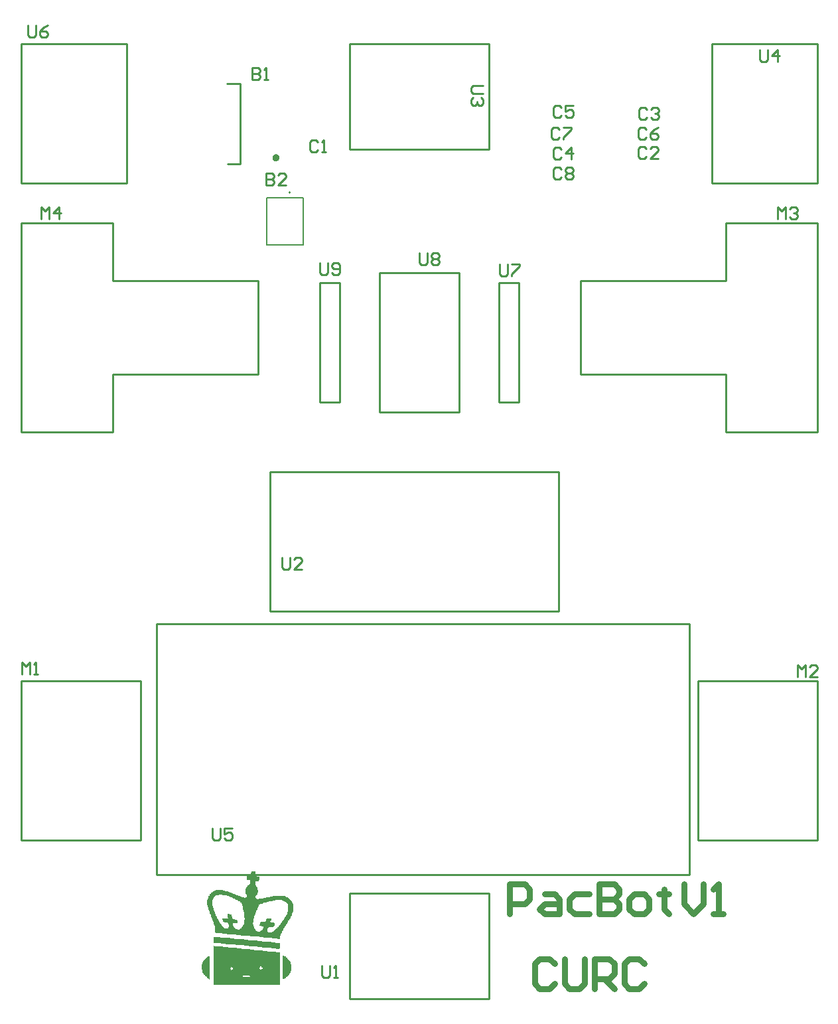
<source format=gbr>
G04*
G04 #@! TF.GenerationSoftware,Altium Limited,Altium Designer,23.2.1 (34)*
G04*
G04 Layer_Color=65535*
%FSLAX25Y25*%
%MOIN*%
G70*
G04*
G04 #@! TF.SameCoordinates,44C20E60-2C31-4A65-8039-A08327F752B7*
G04*
G04*
G04 #@! TF.FilePolarity,Positive*
G04*
G01*
G75*
%ADD10C,0.00787*%
%ADD11C,0.01968*%
%ADD12C,0.01000*%
%ADD13C,0.00500*%
%ADD14C,0.03000*%
G36*
X-82139Y62740D02*
X-81923D01*
Y62091D01*
X-81490D01*
Y61875D01*
X-80409D01*
Y61659D01*
X-80192D01*
Y59928D01*
X-80409D01*
Y59711D01*
X-80625D01*
Y59495D01*
X-82356D01*
Y57764D01*
X-82139D01*
Y57332D01*
X-81923D01*
Y56899D01*
X-81707D01*
Y56683D01*
X-81490D01*
Y56250D01*
X-81274D01*
Y55817D01*
X-81058D01*
Y55168D01*
X-80841D01*
Y53654D01*
X-81058D01*
Y53005D01*
X-81274D01*
Y52789D01*
X-81490D01*
Y52356D01*
X-81707D01*
Y52139D01*
X-81923D01*
Y51923D01*
X-82139D01*
Y51058D01*
X-81923D01*
Y50841D01*
X-81707D01*
Y50625D01*
X-81490D01*
Y50409D01*
X-80409D01*
Y50625D01*
X-79111D01*
Y50841D01*
X-78029D01*
Y51058D01*
X-76947D01*
Y51274D01*
X-75865D01*
Y51490D01*
X-74784D01*
Y51707D01*
X-73486D01*
Y51923D01*
X-71539D01*
Y52139D01*
X-68077D01*
Y51923D01*
X-67212D01*
Y51707D01*
X-66779D01*
Y51490D01*
X-66346D01*
Y51274D01*
X-65913D01*
Y51058D01*
X-65481D01*
Y50841D01*
X-65264D01*
Y50625D01*
X-65048D01*
Y50409D01*
X-64832D01*
Y50192D01*
X-64615D01*
Y49976D01*
X-64399D01*
Y49760D01*
X-64183D01*
Y49543D01*
X-63966D01*
Y49111D01*
X-63750D01*
Y48678D01*
X-63534D01*
Y48029D01*
X-63317D01*
Y47164D01*
X-63101D01*
Y44784D01*
X-63317D01*
Y43918D01*
X-63534D01*
Y43269D01*
X-63750D01*
Y42620D01*
X-63966D01*
Y42188D01*
X-64183D01*
Y41755D01*
X-64399D01*
Y41322D01*
X-64615D01*
Y40889D01*
X-64832D01*
Y40457D01*
X-65048D01*
Y40240D01*
X-65264D01*
Y39808D01*
X-65481D01*
Y39591D01*
X-65697D01*
Y39159D01*
X-65913D01*
Y38726D01*
X-66130D01*
Y38510D01*
X-66346D01*
Y38077D01*
X-66562D01*
Y37861D01*
X-66779D01*
Y37428D01*
X-66995D01*
Y37211D01*
X-67212D01*
Y36779D01*
X-67428D01*
Y36346D01*
X-67644D01*
Y36130D01*
X-67861D01*
Y35697D01*
X-68077D01*
Y35264D01*
X-68293D01*
Y34832D01*
X-68510D01*
Y34399D01*
X-68726D01*
Y33966D01*
X-68942D01*
Y33534D01*
X-69159D01*
Y33101D01*
X-69375D01*
Y32668D01*
X-69591D01*
Y32019D01*
X-69808D01*
Y30721D01*
X-70024D01*
Y30505D01*
X-71322D01*
Y30721D01*
X-73702D01*
Y30937D01*
X-75865D01*
Y31154D01*
X-78029D01*
Y31370D01*
X-80192D01*
Y31587D01*
X-82572D01*
Y31803D01*
X-84952D01*
Y32019D01*
X-87115D01*
Y32236D01*
X-89495D01*
Y32452D01*
X-91875D01*
Y32668D01*
X-94255D01*
Y32885D01*
X-96635D01*
Y33101D01*
X-98798D01*
Y33317D01*
X-100961D01*
Y33534D01*
X-102260D01*
Y33750D01*
X-102476D01*
Y35914D01*
X-102692D01*
Y36995D01*
X-102909D01*
Y37861D01*
X-103125D01*
Y38510D01*
X-103341D01*
Y39159D01*
X-103558D01*
Y39808D01*
X-103774D01*
Y40240D01*
X-103990D01*
Y40889D01*
X-104207D01*
Y41322D01*
X-104423D01*
Y41971D01*
X-104639D01*
Y42620D01*
X-104856D01*
Y43053D01*
X-105072D01*
Y43702D01*
X-105289D01*
Y44351D01*
X-105505D01*
Y45000D01*
X-105721D01*
Y45649D01*
X-105938D01*
Y46298D01*
X-106154D01*
Y47380D01*
X-106370D01*
Y49976D01*
X-106154D01*
Y50841D01*
X-105938D01*
Y51274D01*
X-105721D01*
Y51923D01*
X-105505D01*
Y52139D01*
X-105289D01*
Y52572D01*
X-105072D01*
Y53005D01*
X-104856D01*
Y53221D01*
X-104639D01*
Y53438D01*
X-104423D01*
Y53654D01*
X-104207D01*
Y53870D01*
X-103990D01*
Y54087D01*
X-103558D01*
Y54303D01*
X-103341D01*
Y54519D01*
X-102909D01*
Y54736D01*
X-102260D01*
Y54952D01*
X-98582D01*
Y54736D01*
X-97500D01*
Y54519D01*
X-96635D01*
Y54303D01*
X-95986D01*
Y54087D01*
X-95337D01*
Y53870D01*
X-94687D01*
Y53654D01*
X-94038D01*
Y53438D01*
X-93606D01*
Y53221D01*
X-92957D01*
Y53005D01*
X-92524D01*
Y52789D01*
X-91875D01*
Y52572D01*
X-91442D01*
Y52356D01*
X-91010D01*
Y52139D01*
X-90361D01*
Y51923D01*
X-89928D01*
Y51707D01*
X-89279D01*
Y51490D01*
X-88630D01*
Y51274D01*
X-87764D01*
Y51058D01*
X-87332D01*
Y51274D01*
X-86899D01*
Y51490D01*
X-86683D01*
Y51707D01*
X-86466D01*
Y52356D01*
X-86683D01*
Y52789D01*
X-86899D01*
Y53221D01*
X-87115D01*
Y53870D01*
X-87332D01*
Y54952D01*
X-87115D01*
Y55817D01*
X-86899D01*
Y56250D01*
X-86683D01*
Y56466D01*
X-86466D01*
Y56899D01*
X-86250D01*
Y57115D01*
X-86034D01*
Y57332D01*
X-85817D01*
Y57548D01*
X-85385D01*
Y57764D01*
X-85168D01*
Y57981D01*
X-84952D01*
Y58413D01*
X-84736D01*
Y59711D01*
X-84952D01*
Y59928D01*
X-86683D01*
Y62308D01*
X-84952D01*
Y62524D01*
X-84736D01*
Y62740D01*
X-84519D01*
Y63606D01*
X-84303D01*
Y64255D01*
X-82139D01*
Y62740D01*
D02*
G37*
G36*
X-99880Y31154D02*
X-97284D01*
Y30937D01*
X-94904D01*
Y30721D01*
X-92740D01*
Y30505D01*
X-90361D01*
Y30288D01*
X-87981D01*
Y30072D01*
X-85817D01*
Y29856D01*
X-83438D01*
Y29639D01*
X-81274D01*
Y29423D01*
X-78894D01*
Y29207D01*
X-76731D01*
Y28990D01*
X-74351D01*
Y28774D01*
X-72188D01*
Y28558D01*
X-70240D01*
Y28341D01*
X-70024D01*
Y28125D01*
X-69808D01*
Y26611D01*
X-70024D01*
Y25745D01*
X-70240D01*
Y25529D01*
X-71971D01*
Y25745D01*
X-74351D01*
Y25962D01*
X-76731D01*
Y26178D01*
X-78894D01*
Y26394D01*
X-81058D01*
Y26611D01*
X-83221D01*
Y26827D01*
X-85601D01*
Y27043D01*
X-87764D01*
Y27260D01*
X-89928D01*
Y27476D01*
X-92308D01*
Y27692D01*
X-94687D01*
Y27909D01*
X-97067D01*
Y28125D01*
X-99664D01*
Y28341D01*
X-102043D01*
Y28558D01*
X-103341D01*
Y30072D01*
X-103125D01*
Y31370D01*
X-99880D01*
Y31154D01*
D02*
G37*
G36*
X-67861Y21851D02*
X-67428D01*
Y21635D01*
X-66995D01*
Y21418D01*
X-66779D01*
Y21202D01*
X-66562D01*
Y20986D01*
X-66346D01*
Y20769D01*
X-66130D01*
Y20553D01*
X-65913D01*
Y20336D01*
X-65697D01*
Y20120D01*
X-65481D01*
Y19904D01*
X-65264D01*
Y19688D01*
X-65048D01*
Y19255D01*
X-64832D01*
Y19038D01*
X-64615D01*
Y18606D01*
X-64399D01*
Y17740D01*
X-64183D01*
Y14495D01*
X-64399D01*
Y13846D01*
X-64615D01*
Y13413D01*
X-64832D01*
Y12981D01*
X-65048D01*
Y12764D01*
X-65264D01*
Y12332D01*
X-65481D01*
Y12115D01*
X-65697D01*
Y11899D01*
X-65913D01*
Y11683D01*
X-66130D01*
Y11466D01*
X-66346D01*
Y11250D01*
X-66779D01*
Y11034D01*
X-66995D01*
Y10817D01*
X-67428D01*
Y10601D01*
X-67644D01*
Y10385D01*
X-68077D01*
Y10168D01*
X-68293D01*
Y10385D01*
X-68510D01*
Y17957D01*
Y18173D01*
Y22067D01*
X-67861D01*
Y21851D01*
D02*
G37*
G36*
X-105072Y10168D02*
X-105505D01*
Y10385D01*
X-105721D01*
Y10601D01*
X-106154D01*
Y10817D01*
X-106370D01*
Y11034D01*
X-106587D01*
Y11250D01*
X-106803D01*
Y11466D01*
X-107019D01*
Y11683D01*
X-107236D01*
Y11899D01*
X-107452D01*
Y12115D01*
X-107668D01*
Y12332D01*
X-107885D01*
Y12548D01*
X-108101D01*
Y12764D01*
X-108317D01*
Y12981D01*
X-108534D01*
Y13413D01*
X-108750D01*
Y14062D01*
X-108966D01*
Y14928D01*
X-109183D01*
Y17740D01*
X-108966D01*
Y18389D01*
X-108750D01*
Y18822D01*
X-108534D01*
Y19255D01*
X-108317D01*
Y19471D01*
X-108101D01*
Y19904D01*
X-107885D01*
Y20120D01*
X-107668D01*
Y20336D01*
X-107452D01*
Y20553D01*
X-107236D01*
Y20769D01*
X-107019D01*
Y20986D01*
X-106803D01*
Y21202D01*
X-106587D01*
Y21418D01*
X-106154D01*
Y21635D01*
X-105721D01*
Y21851D01*
X-105289D01*
Y22067D01*
X-105072D01*
Y10168D01*
D02*
G37*
G36*
X-102909Y26827D02*
X-100745D01*
Y26611D01*
X-98365D01*
Y26394D01*
X-95986D01*
Y26178D01*
X-93606D01*
Y25962D01*
X-91442D01*
Y25745D01*
X-89279D01*
Y25529D01*
X-87115D01*
Y25313D01*
X-84952D01*
Y25096D01*
X-82788D01*
Y24880D01*
X-80625D01*
Y24664D01*
X-78461D01*
Y24447D01*
X-76082D01*
Y24231D01*
X-73918D01*
Y24014D01*
X-71755D01*
Y23798D01*
X-70240D01*
Y23582D01*
X-70024D01*
Y7572D01*
X-103341D01*
Y27043D01*
X-102909D01*
Y26827D01*
D02*
G37*
%LPC*%
G36*
X-98798Y52789D02*
X-100529D01*
Y52572D01*
X-101611D01*
Y52356D01*
X-102043D01*
Y52139D01*
X-102476D01*
Y51923D01*
X-102692D01*
Y51707D01*
X-102909D01*
Y51490D01*
X-103125D01*
Y51058D01*
X-103341D01*
Y50625D01*
X-103558D01*
Y50192D01*
X-103774D01*
Y46947D01*
X-103558D01*
Y46082D01*
X-103341D01*
Y45433D01*
X-103125D01*
Y44784D01*
X-102909D01*
Y44135D01*
X-102692D01*
Y43702D01*
X-102476D01*
Y43053D01*
X-102260D01*
Y42620D01*
X-102043D01*
Y42188D01*
X-101827D01*
Y41755D01*
X-101611D01*
Y41322D01*
X-101394D01*
Y40889D01*
X-101178D01*
Y40457D01*
X-100961D01*
Y40024D01*
X-100745D01*
Y39591D01*
X-100529D01*
Y39375D01*
Y39159D01*
X-100312D01*
Y38942D01*
X-100096D01*
Y38510D01*
X-99880D01*
Y38077D01*
X-99664D01*
Y37861D01*
X-99447D01*
Y37644D01*
X-99231D01*
Y37211D01*
X-99014D01*
Y36995D01*
X-98798D01*
Y36779D01*
X-98582D01*
Y36562D01*
X-98365D01*
Y36346D01*
X-98149D01*
Y36130D01*
X-97716D01*
Y35914D01*
X-97284D01*
Y35697D01*
X-96202D01*
Y35914D01*
X-95986D01*
Y36130D01*
X-95769D01*
Y36562D01*
X-95553D01*
Y37861D01*
X-95769D01*
Y38293D01*
X-95986D01*
Y38510D01*
X-96202D01*
Y38726D01*
X-97933D01*
Y38942D01*
X-98365D01*
Y39375D01*
X-98582D01*
Y40240D01*
X-98798D01*
Y40889D01*
X-95986D01*
Y41106D01*
X-96202D01*
Y43053D01*
X-95120D01*
Y42836D01*
X-94471D01*
Y42620D01*
X-94255D01*
Y42404D01*
X-94038D01*
Y41755D01*
X-93822D01*
Y40889D01*
X-93606D01*
Y40673D01*
X-93389D01*
Y40457D01*
X-92524D01*
Y40240D01*
X-91659D01*
Y40024D01*
X-91442D01*
Y39808D01*
X-91226D01*
Y38510D01*
X-91442D01*
Y38293D01*
X-93389D01*
Y38077D01*
X-93606D01*
Y37644D01*
X-93389D01*
Y36995D01*
X-93173D01*
Y36562D01*
X-92957D01*
Y36346D01*
X-92740D01*
Y36130D01*
X-92524D01*
Y35914D01*
X-92308D01*
Y35697D01*
X-92091D01*
Y35481D01*
X-91659D01*
Y35264D01*
X-91226D01*
Y35048D01*
X-90361D01*
Y35264D01*
X-89928D01*
Y35481D01*
X-89711D01*
Y35697D01*
X-89495D01*
Y35914D01*
X-89279D01*
Y36130D01*
X-89062D01*
Y36346D01*
X-88846D01*
Y36779D01*
X-88630D01*
Y36995D01*
X-88414D01*
Y37428D01*
X-88197D01*
Y37861D01*
X-87981D01*
Y38510D01*
X-87764D01*
Y40024D01*
X-87548D01*
Y41106D01*
X-87764D01*
Y43053D01*
X-87981D01*
Y44135D01*
X-88197D01*
Y45216D01*
X-88414D01*
Y45865D01*
X-88630D01*
Y46947D01*
X-88846D01*
Y48029D01*
X-89062D01*
Y48678D01*
X-89279D01*
Y48894D01*
X-89711D01*
Y49111D01*
X-89928D01*
Y49327D01*
X-90361D01*
Y49543D01*
X-90793D01*
Y49760D01*
X-91226D01*
Y49976D01*
X-91659D01*
Y50192D01*
X-92091D01*
Y50409D01*
X-92524D01*
Y50625D01*
X-92957D01*
Y50841D01*
X-93389D01*
Y51058D01*
X-93822D01*
Y51274D01*
X-94471D01*
Y51490D01*
X-94904D01*
Y51707D01*
X-95553D01*
Y51923D01*
X-95986D01*
Y52139D01*
X-96635D01*
Y52356D01*
X-97500D01*
Y52572D01*
X-98798D01*
Y52789D01*
D02*
G37*
G36*
X-68942Y49976D02*
X-72188D01*
Y49760D01*
X-73486D01*
Y49543D01*
X-74784D01*
Y49327D01*
X-75649D01*
Y49111D01*
X-76514D01*
Y48894D01*
X-77380D01*
Y48678D01*
X-78029D01*
Y48461D01*
X-78678D01*
Y48245D01*
X-79327D01*
Y48029D01*
X-79760D01*
Y47813D01*
X-80192D01*
Y47596D01*
X-80409D01*
Y47164D01*
X-80625D01*
Y46731D01*
X-80841D01*
Y46082D01*
X-81058D01*
Y45649D01*
X-81274D01*
Y45216D01*
X-81490D01*
Y44784D01*
X-81707D01*
Y44135D01*
X-81923D01*
Y43702D01*
X-82139D01*
Y43269D01*
X-82356D01*
Y42620D01*
X-82572D01*
Y42188D01*
X-82788D01*
Y41539D01*
X-83005D01*
Y40673D01*
X-83221D01*
Y38726D01*
X-83438D01*
Y37861D01*
X-83221D01*
Y36779D01*
X-83005D01*
Y36130D01*
X-82788D01*
Y35697D01*
X-82572D01*
Y35264D01*
X-82356D01*
Y35048D01*
X-82139D01*
Y34832D01*
X-81923D01*
Y34615D01*
X-81707D01*
Y34399D01*
X-81274D01*
Y34183D01*
X-79976D01*
Y34399D01*
X-79543D01*
Y34615D01*
X-79111D01*
Y34832D01*
X-78894D01*
Y35048D01*
X-78678D01*
Y35264D01*
X-78461D01*
Y35697D01*
X-78245D01*
Y35914D01*
X-78029D01*
Y36779D01*
X-79327D01*
Y36995D01*
X-80192D01*
Y37644D01*
X-79976D01*
Y38293D01*
X-79760D01*
Y38726D01*
X-79543D01*
Y38942D01*
X-77380D01*
Y39159D01*
X-77163D01*
Y39375D01*
X-76947D01*
Y39808D01*
X-76731D01*
Y40457D01*
X-76514D01*
Y40673D01*
X-76298D01*
Y40889D01*
X-74351D01*
Y39808D01*
X-74567D01*
Y39375D01*
X-74784D01*
Y38942D01*
X-74567D01*
Y38726D01*
X-72837D01*
Y38510D01*
X-72404D01*
Y37211D01*
X-72620D01*
Y36995D01*
X-72837D01*
Y36779D01*
X-73269D01*
Y36562D01*
X-75216D01*
Y36346D01*
X-75649D01*
Y36130D01*
X-75865D01*
Y35914D01*
X-76082D01*
Y34183D01*
X-75865D01*
Y33750D01*
X-73918D01*
Y33966D01*
X-73486D01*
Y34183D01*
X-73053D01*
Y34399D01*
X-72837D01*
Y34615D01*
X-72620D01*
Y34832D01*
X-72404D01*
Y35048D01*
X-72188D01*
Y35264D01*
X-71971D01*
Y35481D01*
X-71755D01*
Y35697D01*
X-71539D01*
Y35914D01*
X-71322D01*
Y36130D01*
X-71106D01*
Y36346D01*
X-70889D01*
Y36562D01*
X-70673D01*
Y36779D01*
X-70457D01*
Y37211D01*
X-70240D01*
Y37428D01*
X-70024D01*
Y37644D01*
X-69808D01*
Y37861D01*
X-69591D01*
Y38293D01*
X-69375D01*
Y38510D01*
X-69159D01*
Y38726D01*
X-68942D01*
Y39159D01*
X-68726D01*
Y39375D01*
X-68510D01*
Y39591D01*
X-68293D01*
Y40024D01*
X-68077D01*
Y40240D01*
X-67861D01*
Y40673D01*
X-67644D01*
Y40889D01*
X-67428D01*
Y41322D01*
X-67212D01*
Y41755D01*
X-66995D01*
Y41971D01*
X-66779D01*
Y42404D01*
X-66562D01*
Y42836D01*
X-66346D01*
Y43486D01*
X-66130D01*
Y44135D01*
X-65913D01*
Y45000D01*
X-65697D01*
Y47596D01*
X-65913D01*
Y48029D01*
X-66130D01*
Y48245D01*
X-66346D01*
Y48461D01*
X-66562D01*
Y48678D01*
X-66779D01*
Y48894D01*
X-66995D01*
Y49111D01*
X-67428D01*
Y49327D01*
X-67861D01*
Y49543D01*
X-68293D01*
Y49760D01*
X-68942D01*
Y49976D01*
D02*
G37*
G36*
X-79327Y16659D02*
X-79760D01*
Y16442D01*
X-79976D01*
Y16226D01*
X-80192D01*
Y15361D01*
X-79976D01*
Y15144D01*
X-79111D01*
Y15361D01*
X-78894D01*
Y15577D01*
X-78678D01*
Y16010D01*
X-78894D01*
Y16226D01*
X-79111D01*
Y16442D01*
X-79327D01*
Y16659D01*
D02*
G37*
G36*
X-94038Y16442D02*
X-94471D01*
Y16226D01*
X-94687D01*
Y15793D01*
X-94904D01*
Y15361D01*
X-94687D01*
Y14928D01*
X-94471D01*
Y14712D01*
X-94038D01*
Y14928D01*
X-93606D01*
Y15361D01*
X-93389D01*
Y15793D01*
X-93606D01*
Y16226D01*
X-94038D01*
Y16442D01*
D02*
G37*
G36*
X-85168Y12115D02*
X-88630D01*
Y11899D01*
X-88846D01*
Y11683D01*
X-88630D01*
Y11466D01*
X-84952D01*
Y11899D01*
X-85168D01*
Y12115D01*
D02*
G37*
%LPD*%
D10*
X-64606Y405433D02*
G03*
X-64606Y405433I-394J0D01*
G01*
D11*
X-71016Y422799D02*
G03*
X-71016Y422799I-862J0D01*
G01*
D12*
X-200001Y480000D02*
X-147001D01*
Y410000D02*
Y480000D01*
X-200001Y410000D02*
X-147001D01*
X-200001D02*
Y480000D01*
X70000Y195000D02*
Y265000D01*
X-75000D02*
X70000D01*
X-75000Y195000D02*
Y265000D01*
Y195000D02*
X70000D01*
X-131909Y188760D02*
X135807D01*
Y62776D02*
Y188760D01*
X-131909Y62776D02*
X135807D01*
X-131909D02*
Y188760D01*
X-200000Y285000D02*
Y390000D01*
X-154000D01*
Y361000D02*
Y390000D01*
Y361000D02*
X-81000D01*
Y314000D02*
Y361000D01*
X-154000Y314000D02*
X-81000D01*
X-154000Y285000D02*
Y314000D01*
X-200000Y285000D02*
X-154000D01*
X-20000Y295000D02*
X20000D01*
Y365000D01*
X-20000D02*
X20000D01*
X-20000Y295000D02*
Y365000D01*
X-96472Y460000D02*
X-90000D01*
X-96043Y419843D02*
X-90000D01*
Y460000D01*
X200000Y80000D02*
Y160000D01*
X140000D02*
X200000D01*
X140000Y80000D02*
Y160000D01*
Y80000D02*
X200000D01*
X-50000Y360000D02*
X-40000D01*
Y300000D02*
Y360000D01*
X-50000Y300000D02*
X-40000D01*
X-50000D02*
Y360000D01*
X-140000Y80000D02*
Y160000D01*
X-200000D02*
X-140000D01*
X-200000Y80000D02*
Y160000D01*
Y80000D02*
X-140000D01*
X200000Y285000D02*
Y390000D01*
X154000Y285000D02*
X200000D01*
X154000D02*
Y314000D01*
X81000D02*
X154000D01*
X81000D02*
Y361000D01*
X154000D01*
Y390000D01*
X200000D01*
X-35000Y500D02*
Y53500D01*
X35000D01*
Y500D02*
Y53500D01*
X-35000Y500D02*
X35000D01*
Y427000D02*
Y480000D01*
X-35000Y427000D02*
X35000D01*
X-35000D02*
Y480000D01*
X35000D01*
X147000Y410000D02*
X200000D01*
X147000D02*
Y480000D01*
X200000D01*
Y410000D02*
Y480000D01*
X40000Y300000D02*
X50000D01*
X40000D02*
Y360000D01*
X50000D01*
Y300000D02*
Y360000D01*
X-196502Y489498D02*
Y484500D01*
X-195502Y483500D01*
X-193503D01*
X-192503Y484500D01*
Y489498D01*
X-186505D02*
X-188505Y488498D01*
X-190504Y486499D01*
Y484500D01*
X-189504Y483500D01*
X-187505D01*
X-186505Y484500D01*
Y485499D01*
X-187505Y486499D01*
X-190504D01*
X-69000Y221998D02*
Y217000D01*
X-68000Y216000D01*
X-66001D01*
X-65001Y217000D01*
Y221998D01*
X-59003Y216000D02*
X-63002D01*
X-59003Y219999D01*
Y220998D01*
X-60003Y221998D01*
X-62002D01*
X-63002Y220998D01*
X-76700Y415198D02*
Y409200D01*
X-73701D01*
X-72701Y410200D01*
Y411199D01*
X-73701Y412199D01*
X-76700D01*
X-73701D01*
X-72701Y413199D01*
Y414198D01*
X-73701Y415198D01*
X-76700D01*
X-66703Y409200D02*
X-70702D01*
X-66703Y413199D01*
Y414198D01*
X-67703Y415198D01*
X-69702D01*
X-70702Y414198D01*
X-104000Y85998D02*
Y81000D01*
X-103000Y80000D01*
X-101001D01*
X-100001Y81000D01*
Y85998D01*
X-94003D02*
X-98002D01*
Y82999D01*
X-96003Y83999D01*
X-95003D01*
X-94003Y82999D01*
Y81000D01*
X-95003Y80000D01*
X-97002D01*
X-98002Y81000D01*
X-189998Y392001D02*
Y397999D01*
X-187999Y396000D01*
X-186000Y397999D01*
Y392001D01*
X-181001D02*
Y397999D01*
X-184000Y395000D01*
X-180002D01*
X0Y374998D02*
Y370000D01*
X1000Y369000D01*
X2999D01*
X3999Y370000D01*
Y374998D01*
X5998Y373998D02*
X6998Y374998D01*
X8997D01*
X9997Y373998D01*
Y372999D01*
X8997Y371999D01*
X9997Y370999D01*
Y370000D01*
X8997Y369000D01*
X6998D01*
X5998Y370000D01*
Y370999D01*
X6998Y371999D01*
X5998Y372999D01*
Y373998D01*
X6998Y371999D02*
X8997D01*
X-83999Y467999D02*
Y462001D01*
X-81000D01*
X-80000Y463001D01*
Y464000D01*
X-81000Y465000D01*
X-83999D01*
X-81000D01*
X-80000Y466000D01*
Y466999D01*
X-81000Y467999D01*
X-83999D01*
X-78001Y462001D02*
X-76001D01*
X-77001D01*
Y467999D01*
X-78001Y466999D01*
X71500Y416999D02*
X70501Y417999D01*
X68501D01*
X67502Y416999D01*
Y413001D01*
X68501Y412001D01*
X70501D01*
X71500Y413001D01*
X73500Y416999D02*
X74499Y417999D01*
X76499D01*
X77498Y416999D01*
Y416000D01*
X76499Y415000D01*
X77498Y414000D01*
Y413001D01*
X76499Y412001D01*
X74499D01*
X73500Y413001D01*
Y414000D01*
X74499Y415000D01*
X73500Y416000D01*
Y416999D01*
X74499Y415000D02*
X76499D01*
X190002Y162001D02*
Y167999D01*
X192001Y166000D01*
X194000Y167999D01*
Y162001D01*
X199998D02*
X196000D01*
X199998Y166000D01*
Y166999D01*
X198999Y167999D01*
X196999D01*
X196000Y166999D01*
X-49998Y369999D02*
Y365001D01*
X-48999Y364001D01*
X-46999D01*
X-46000Y365001D01*
Y369999D01*
X-44000Y365001D02*
X-43001Y364001D01*
X-41001D01*
X-40002Y365001D01*
Y368999D01*
X-41001Y369999D01*
X-43001D01*
X-44000Y368999D01*
Y368000D01*
X-43001Y367000D01*
X-40002D01*
X-50901Y430898D02*
X-51901Y431898D01*
X-53900D01*
X-54900Y430898D01*
Y426900D01*
X-53900Y425900D01*
X-51901D01*
X-50901Y426900D01*
X-48902Y425900D02*
X-46903D01*
X-47902D01*
Y431898D01*
X-48902Y430898D01*
X114000Y427499D02*
X113001Y428499D01*
X111001D01*
X110002Y427499D01*
Y423501D01*
X111001Y422501D01*
X113001D01*
X114000Y423501D01*
X119998Y422501D02*
X116000D01*
X119998Y426500D01*
Y427499D01*
X118999Y428499D01*
X116999D01*
X116000Y427499D01*
X114532Y446999D02*
X113532Y447999D01*
X111533D01*
X110533Y446999D01*
Y443001D01*
X111533Y442001D01*
X113532D01*
X114532Y443001D01*
X116531Y446999D02*
X117531Y447999D01*
X119530D01*
X120530Y446999D01*
Y446000D01*
X119530Y445000D01*
X118530D01*
X119530D01*
X120530Y444000D01*
Y443001D01*
X119530Y442001D01*
X117531D01*
X116531Y443001D01*
X71500Y426999D02*
X70501Y427999D01*
X68501D01*
X67502Y426999D01*
Y423001D01*
X68501Y422001D01*
X70501D01*
X71500Y423001D01*
X76499Y422001D02*
Y427999D01*
X73500Y425000D01*
X77498D01*
X71500Y447999D02*
X70501Y448999D01*
X68501D01*
X67502Y447999D01*
Y444001D01*
X68501Y443001D01*
X70501D01*
X71500Y444001D01*
X77498Y448999D02*
X73500D01*
Y446000D01*
X75499Y447000D01*
X76499D01*
X77498Y446000D01*
Y444001D01*
X76499Y443001D01*
X74499D01*
X73500Y444001D01*
X114000Y436999D02*
X113001Y437999D01*
X111001D01*
X110002Y436999D01*
Y433001D01*
X111001Y432001D01*
X113001D01*
X114000Y433001D01*
X119998Y437999D02*
X117999Y436999D01*
X116000Y435000D01*
Y433001D01*
X116999Y432001D01*
X118999D01*
X119998Y433001D01*
Y434000D01*
X118999Y435000D01*
X116000D01*
X70500Y436999D02*
X69501Y437999D01*
X67501D01*
X66502Y436999D01*
Y433001D01*
X67501Y432001D01*
X69501D01*
X70500Y433001D01*
X72500Y437999D02*
X76498D01*
Y436999D01*
X72500Y433001D01*
Y432001D01*
X-199500Y163500D02*
Y169498D01*
X-197501Y167499D01*
X-195501Y169498D01*
Y163500D01*
X-193502D02*
X-191503D01*
X-192502D01*
Y169498D01*
X-193502Y168498D01*
X180002Y392001D02*
Y397999D01*
X182001Y396000D01*
X184000Y397999D01*
Y392001D01*
X186000Y396999D02*
X186999Y397999D01*
X188999D01*
X189998Y396999D01*
Y396000D01*
X188999Y395000D01*
X187999D01*
X188999D01*
X189998Y394000D01*
Y393001D01*
X188999Y392001D01*
X186999D01*
X186000Y393001D01*
X-49000Y16998D02*
Y12000D01*
X-48000Y11000D01*
X-46001D01*
X-45001Y12000D01*
Y16998D01*
X-43002Y11000D02*
X-41003D01*
X-42002D01*
Y16998D01*
X-43002Y15998D01*
X31998Y459000D02*
X27000D01*
X26000Y458000D01*
Y456001D01*
X27000Y455001D01*
X31998D01*
X30998Y453002D02*
X31998Y452002D01*
Y450003D01*
X30998Y449003D01*
X29999D01*
X28999Y450003D01*
Y451003D01*
Y450003D01*
X27999Y449003D01*
X27000D01*
X26000Y450003D01*
Y452002D01*
X27000Y453002D01*
X171000Y476998D02*
Y472000D01*
X172000Y471000D01*
X173999D01*
X174999Y472000D01*
Y476998D01*
X179997Y471000D02*
Y476998D01*
X176998Y473999D01*
X180997D01*
X40500Y369498D02*
Y364500D01*
X41500Y363500D01*
X43499D01*
X44499Y364500D01*
Y369498D01*
X46498D02*
X50497D01*
Y368498D01*
X46498Y364500D01*
Y363500D01*
D13*
X-76614Y379224D02*
Y402874D01*
X-58110Y379224D02*
Y402874D01*
X-76614Y379224D02*
X-58110D01*
X-76614Y402874D02*
X-58110D01*
D14*
X45500Y43000D02*
Y57995D01*
X52998D01*
X55497Y55496D01*
Y50498D01*
X52998Y47998D01*
X45500D01*
X62994Y52997D02*
X67993D01*
X70492Y50498D01*
Y43000D01*
X62994D01*
X60495Y45499D01*
X62994Y47998D01*
X70492D01*
X85487Y52997D02*
X77990D01*
X75490Y50498D01*
Y45499D01*
X77990Y43000D01*
X85487D01*
X90486Y57995D02*
Y43000D01*
X97983D01*
X100482Y45499D01*
Y47998D01*
X97983Y50498D01*
X90486D01*
X97983D01*
X100482Y52997D01*
Y55496D01*
X97983Y57995D01*
X90486D01*
X107980Y43000D02*
X112978D01*
X115477Y45499D01*
Y50498D01*
X112978Y52997D01*
X107980D01*
X105481Y50498D01*
Y45499D01*
X107980Y43000D01*
X122975Y55496D02*
Y52997D01*
X120476D01*
X125474D01*
X122975D01*
Y45499D01*
X125474Y43000D01*
X132972Y57995D02*
Y47998D01*
X137970Y43000D01*
X142968Y47998D01*
Y57995D01*
X147967Y43000D02*
X152965D01*
X150466D01*
Y57995D01*
X147967Y55496D01*
X67997Y17996D02*
X65498Y20495D01*
X60499D01*
X58000Y17996D01*
Y7999D01*
X60499Y5500D01*
X65498D01*
X67997Y7999D01*
X72995Y20495D02*
Y7999D01*
X75494Y5500D01*
X80493D01*
X82992Y7999D01*
Y20495D01*
X87990Y5500D02*
Y20495D01*
X95488D01*
X97987Y17996D01*
Y12998D01*
X95488Y10498D01*
X87990D01*
X92989D02*
X97987Y5500D01*
X112982Y17996D02*
X110483Y20495D01*
X105485D01*
X102985Y17996D01*
Y7999D01*
X105485Y5500D01*
X110483D01*
X112982Y7999D01*
M02*

</source>
